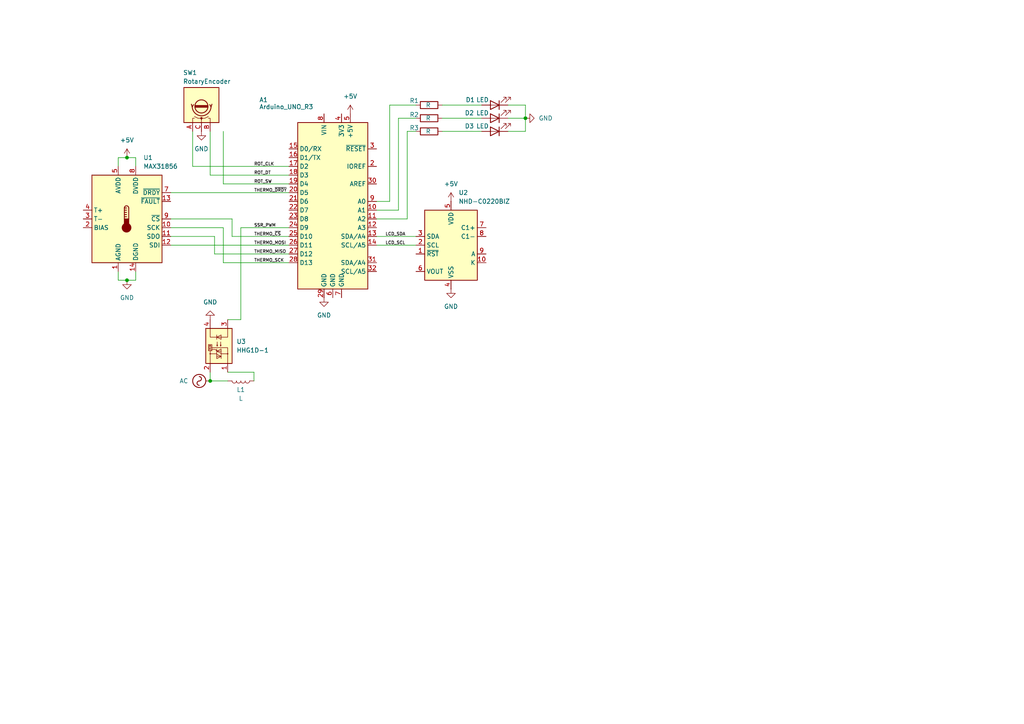
<source format=kicad_sch>
(kicad_sch (version 20231120) (generator "eeschema") (generator_version "8.0")
  (paper "A4")
  (title_block (title "Phoenix - Tube Furnace") (date "2024-11-08") (rev "v1"))
  (lib_symbols
    (symbol "Device:L" (pin_numbers hide) (pin_names (offset 1.016) hide)
      (property "Reference" "L" (at -1.27 0 90))
      (property "Value" "L" (at 1.905 0 90))
      (symbol "L_0_1"
        (arc (start 0 -2.54) (mid 0.6323 -1.905) (end 0 -1.27))
        (arc (start 0 -1.27) (mid 0.6323 -0.635) (end 0 0))
        (arc (start 0 0) (mid 0.6323 0.635) (end 0 1.27))
        (arc (start 0 1.27) (mid 0.6323 1.905) (end 0 2.54))
      )
      (symbol "L_1_1"
        (pin passive line (at 0 3.81 270) (length 1.27) (name "1") (number "1"))
        (pin passive line (at 0 -3.81 90) (length 1.27) (name "2") (number "2"))
      )
    )
    (symbol "Device:LED" (pin_numbers hide) (pin_names (offset 1.016) hide)
      (property "Reference" "D" (at 0 2.54 0))
      (property "Value" "LED" (at 0 -2.54 0))
      (symbol "LED_0_1"
        (polyline (pts (xy -1.27 -1.27) (xy -1.27 1.27)) (stroke (width 0.254)))
        (polyline (pts (xy -1.27 0) (xy 1.27 0)))
        (polyline (pts (xy 1.27 -1.27) (xy 1.27 1.27) (xy -1.27 0) (xy 1.27 -1.27)) (stroke (width 0.254)))
        (polyline (pts (xy -3.048 -0.762) (xy -4.572 -2.286) (xy -3.81 -2.286) (xy -4.572 -2.286) (xy -4.572 -1.524)))
        (polyline (pts (xy -1.778 -0.762) (xy -3.302 -2.286) (xy -2.54 -2.286) (xy -3.302 -2.286) (xy -3.302 -1.524)))
      )
      (symbol "LED_1_1"
        (pin passive line (at -3.81 0 0) (length 2.54) (name "K") (number "1"))
        (pin passive line (at 3.81 0 180) (length 2.54) (name "A") (number "2"))
      )
    )
    (symbol "Device:R" (pin_numbers hide) (pin_names (offset 0))
      (property "Reference" "R" (at 2.032 0 90))
      (property "Value" "R" (at 0 0 90))
      (symbol "R_0_1"
        (rectangle (start -1.016 -2.54) (end 1.016 2.54) (stroke (width 0.254)))
      )
      (symbol "R_1_1"
        (pin passive line (at 0 3.81 270) (length 1.27) (name "~") (number "1"))
        (pin passive line (at 0 -3.81 90) (length 1.27) (name "~") (number "2"))
      )
    )
    (symbol "Device:RotaryEncoder" (pin_names (offset 0.254) hide)
      (property "Reference" "SW" (at 0 6.604 0))
      (property "Value" "RotaryEncoder" (at 0 -6.604 0))
      (symbol "RotaryEncoder_0_1"
        (rectangle (start -5.08 5.08) (end 5.08 -5.08) (stroke (width 0.254)) (fill (type background)))
        (circle (center -3.81 0) (radius 0.254) (fill (type outline)))
        (circle (center -0.381 0) (radius 1.905) (stroke (width 0.254)))
        (arc (start -0.381 2.667) (mid -3.0988 -0.0635) (end -0.381 -2.794) (stroke (width 0.254)))
        (polyline (pts (xy -0.635 -1.778) (xy -0.635 1.778)) (stroke (width 0.254)))
        (polyline (pts (xy -0.381 -1.778) (xy -0.381 1.778)) (stroke (width 0.254)))
        (polyline (pts (xy -0.127 1.778) (xy -0.127 -1.778)) (stroke (width 0.254)))
        (polyline (pts (xy -5.08 -2.54) (xy -3.81 -2.54) (xy -3.81 -2.032)))
        (polyline (pts (xy -5.08 2.54) (xy -3.81 2.54) (xy -3.81 2.032)))
        (polyline (pts (xy 0.254 -3.048) (xy -0.508 -2.794) (xy 0.127 -2.413)) (stroke (width 0.254)))
        (polyline (pts (xy 0.254 2.921) (xy -0.508 2.667) (xy 0.127 2.286)) (stroke (width 0.254)))
        (polyline (pts (xy -5.08 0) (xy -3.81 0) (xy -3.81 -1.016) (xy -3.302 -2.032)))
        (polyline (pts (xy -4.318 0) (xy -3.81 0) (xy -3.81 1.016) (xy -3.302 2.032)))
      )
      (symbol "RotaryEncoder_1_1"
        (pin passive line (at -7.62 2.54 0) (length 2.54) (name "A") (number "A"))
        (pin passive line (at -7.62 -2.54 0) (length 2.54) (name "B") (number "B"))
        (pin passive line (at -7.62 0 0) (length 2.54) (name "C") (number "C"))
      )
    )
    (symbol "Display_Character:NHD-C0220BIZ"
      (property "Reference" "U" (at -6.35 11.43 0))
      (property "Value" "NHD-C0220BIZ" (at 8.89 11.43 0))
      (symbol "NHD-C0220BIZ_0_1"
        (rectangle (start -7.62 10.16) (end 7.62 -10.16) (stroke (width 0.254)) (fill (type background)))
      )
      (symbol "NHD-C0220BIZ_1_1"
        (pin input line (at -10.16 -2.54 0) (length 2.54) (name "~{RST}") (number "1"))
        (pin passive line (at 10.16 -5.08 180) (length 2.54) (name "K") (number "10"))
        (pin input line (at -10.16 0 0) (length 2.54) (name "SCL") (number "2"))
        (pin bidirectional line (at -10.16 2.54 0) (length 2.54) (name "SDA") (number "3"))
        (pin power_in line (at 0 -12.7 90) (length 2.54) (name "VSS") (number "4"))
        (pin power_in line (at 0 12.7 270) (length 2.54) (name "VDD") (number "5"))
        (pin passive line (at -10.16 -7.62 0) (length 2.54) (name "VOUT") (number "6"))
        (pin passive line (at 10.16 5.08 180) (length 2.54) (name "C1+") (number "7"))
        (pin passive line (at 10.16 2.54 180) (length 2.54) (name "C1-") (number "8"))
        (pin passive line (at 10.16 -2.54 180) (length 2.54) (name "A") (number "9"))
      )
    )
    (symbol "MCU_Module:Arduino_UNO_R3"
      (property "Reference" "A" (at -10.16 23.495 0))
      (property "Value" "Arduino_UNO_R3" (at 5.08 -26.67 0))
      (symbol "Arduino_UNO_R3_0_1"
        (rectangle (start -10.16 22.86) (end 10.16 -25.4) (stroke (width 0.254)) (fill (type background)))
      )
      (symbol "Arduino_UNO_R3_1_1"
        (pin no_connect line (at -10.16 -20.32 0) (length 2.54) hide (name "NC") (number "1"))
        (pin bidirectional line (at 12.7 -2.54 180) (length 2.54) (name "A1") (number "10"))
        (pin bidirectional line (at 12.7 -5.08 180) (length 2.54) (name "A2") (number "11"))
        (pin bidirectional line (at 12.7 -7.62 180) (length 2.54) (name "A3") (number "12"))
        (pin bidirectional line (at 12.7 -10.16 180) (length 2.54) (name "SDA/A4") (number "13"))
        (pin bidirectional line (at 12.7 -12.7 180) (length 2.54) (name "SCL/A5") (number "14"))
        (pin bidirectional line (at -12.7 15.24 0) (length 2.54) (name "D0/RX") (number "15"))
        (pin bidirectional line (at -12.7 12.7 0) (length 2.54) (name "D1/TX") (number "16"))
        (pin bidirectional line (at -12.7 10.16 0) (length 2.54) (name "D2") (number "17"))
        (pin bidirectional line (at -12.7 7.62 0) (length 2.54) (name "D3") (number "18"))
        (pin bidirectional line (at -12.7 5.08 0) (length 2.54) (name "D4") (number "19"))
        (pin output line (at 12.7 10.16 180) (length 2.54) (name "IOREF") (number "2"))
        (pin bidirectional line (at -12.7 2.54 0) (length 2.54) (name "D5") (number "20"))
        (pin bidirectional line (at -12.7 0 0) (length 2.54) (name "D6") (number "21"))
        (pin bidirectional line (at -12.7 -2.54 0) (length 2.54) (name "D7") (number "22"))
        (pin bidirectional line (at -12.7 -5.08 0) (length 2.54) (name "D8") (number "23"))
        (pin bidirectional line (at -12.7 -7.62 0) (length 2.54) (name "D9") (number "24"))
        (pin bidirectional line (at -12.7 -10.16 0) (length 2.54) (name "D10") (number "25"))
        (pin bidirectional line (at -12.7 -12.7 0) (length 2.54) (name "D11") (number "26"))
        (pin bidirectional line (at -12.7 -15.24 0) (length 2.54) (name "D12") (number "27"))
        (pin bidirectional line (at -12.7 -17.78 0) (length 2.54) (name "D13") (number "28"))
        (pin power_in line (at -2.54 -27.94 90) (length 2.54) (name "GND") (number "29"))
        (pin input line (at 12.7 15.24 180) (length 2.54) (name "~{RESET}") (number "3"))
        (pin input line (at 12.7 5.08 180) (length 2.54) (name "AREF") (number "30"))
        (pin bidirectional line (at 12.7 -17.78 180) (length 2.54) (name "SDA/A4") (number "31"))
        (pin bidirectional line (at 12.7 -20.32 180) (length 2.54) (name "SCL/A5") (number "32"))
        (pin power_out line (at 2.54 25.4 270) (length 2.54) (name "3V3") (number "4"))
        (pin power_out line (at 5.08 25.4 270) (length 2.54) (name "+5V") (number "5"))
        (pin power_in line (at 0 -27.94 90) (length 2.54) (name "GND") (number "6"))
        (pin power_in line (at 2.54 -27.94 90) (length 2.54) (name "GND") (number "7"))
        (pin power_in line (at -2.54 25.4 270) (length 2.54) (name "VIN") (number "8"))
        (pin bidirectional line (at 12.7 0 180) (length 2.54) (name "A0") (number "9"))
      )
    )
    (symbol "Relay_SolidState:HHG1D-1"
      (property "Reference" "U" (at -5.08 5.08 0))
      (property "Value" "HHG1D-1" (at 0 5.08 0))
      (symbol "HHG1D-1_0_0"
        (rectangle (start -0.381 -2.032) (end 1.397 -3.048))
        (polyline (pts (xy 2.286 -2.54) (xy 1.397 -2.54)))
        (polyline (pts (xy 1.524 -0.635) (xy 1.016 -1.016) (xy 1.016 -2.032)))
        (text "ZCD" (at 0.508 -2.54 0) (effects (font (size 0.508 0.508))))
      )
      (symbol "HHG1D-1_0_1"
        (rectangle (start -5.08 3.81) (end 5.08 -3.81) (stroke (width 0.254)) (fill (type background)))
        (polyline (pts (xy -3.175 -0.635) (xy -1.905 -0.635)))
        (polyline (pts (xy 1.524 -0.635) (xy 1.524 0.635)))
        (polyline (pts (xy 3.048 0.635) (xy 3.048 -0.635)))
        (polyline (pts (xy 2.286 -0.635) (xy 2.286 -2.54) (xy 5.08 -2.54)))
        (polyline (pts (xy 2.286 0.635) (xy 2.286 2.54) (xy 5.08 2.54)))
        (polyline (pts (xy 2.286 2.54) (xy 0.508 2.54) (xy 0.508 -2.032)))
        (polyline (pts (xy -5.08 2.54) (xy -2.54 2.54) (xy -2.54 -2.54) (xy -5.08 -2.54)))
        (polyline (pts (xy -2.54 -0.635) (xy -3.175 0.635) (xy -1.905 0.635) (xy -2.54 -0.635)))
        (polyline (pts (xy 0.889 -0.635) (xy 3.683 -0.635) (xy 3.048 0.635) (xy 2.413 -0.635)))
        (polyline (pts (xy 3.683 0.635) (xy 0.889 0.635) (xy 1.524 -0.635) (xy 2.159 0.635)))
        (polyline (pts (xy -1.143 -0.508) (xy 0.127 -0.508) (xy -0.254 -0.635) (xy -0.254 -0.381) (xy 0.127 -0.508)))
        (polyline (pts (xy -1.143 0.508) (xy 0.127 0.508) (xy -0.254 0.381) (xy -0.254 0.635) (xy 0.127 0.508)))
        (circle (center 2.286 -2.54) (radius 0.127))
        (circle (center 2.286 2.54) (radius 0.127))
      )
      (symbol "HHG1D-1_1_1"
        (pin passive line (at 7.62 2.54 180) (length 2.54) (name "~") (number "1"))
        (pin passive line (at 7.62 -2.54 180) (length 2.54) (name "~") (number "2"))
        (pin passive line (at -7.62 2.54 0) (length 2.54) (name "~") (number "3"))
        (pin passive line (at -7.62 -2.54 0) (length 2.54) (name "~") (number "4"))
      )
    )
    (symbol "Sensor_Temperature:MAX31856"
      (property "Reference" "U" (at -7.62 13.97 0))
      (property "Value" "MAX31856" (at 13.97 13.97 0))
      (symbol "MAX31856_0_1"
        (rectangle (start -10.16 12.7) (end 10.16 -12.7) (stroke (width 0.254)) (fill (type background)))
        (circle (center -0.127 -2.54) (radius 1.27) (stroke (width 0.254)) (fill (type outline)))
        (polyline (pts (xy -0.762 0.635) (xy -0.127 0.635)) (stroke (width 0.254)))
        (polyline (pts (xy -0.762 1.27) (xy -0.127 1.27)) (stroke (width 0.254)))
        (polyline (pts (xy -0.762 1.905) (xy -0.127 1.905)) (stroke (width 0.254)))
        (polyline (pts (xy -0.762 2.54) (xy -0.127 2.54)) (stroke (width 0.254)))
        (polyline (pts (xy -0.762 3.175) (xy -0.762 0)) (stroke (width 0.254)))
        (polyline (pts (xy -0.762 3.175) (xy -0.127 3.175)) (stroke (width 0.254)))
        (polyline (pts (xy 0.508 3.175) (xy 0.508 0)) (stroke (width 0.254)))
        (rectangle (start 0.508 -1.905) (end -0.762 0) (stroke (width 0.254)) (fill (type outline)))
        (arc (start 0.508 3.175) (mid -0.127 3.8073) (end -0.762 3.175) (stroke (width 0.254)))
      )
      (symbol "MAX31856_1_1"
        (pin power_in line (at -2.54 -15.24 90) (length 2.54) (name "AGND") (number "1"))
        (pin input line (at 12.7 -2.54 180) (length 2.54) (name "SCK") (number "10"))
        (pin output line (at 12.7 -5.08 180) (length 2.54) (name "SDO") (number "11"))
        (pin input line (at 12.7 -7.62 180) (length 2.54) (name "SDI") (number "12"))
        (pin output line (at 12.7 5.08 180) (length 2.54) (name "~{FAULT}") (number "13"))
        (pin power_in line (at 2.54 -15.24 90) (length 2.54) (name "DGND") (number "14"))
        (pin input line (at -12.7 -2.54 0) (length 2.54) (name "BIAS") (number "2"))
        (pin input line (at -12.7 0 0) (length 2.54) (name "T-") (number "3"))
        (pin input line (at -12.7 2.54 0) (length 2.54) (name "T+") (number "4"))
        (pin power_in line (at -2.54 15.24 270) (length 2.54) (name "AVDD") (number "5"))
        (pin no_connect line (at -10.16 -7.62 0) (length 2.54) hide (name "DNC") (number "6"))
        (pin output line (at 12.7 7.62 180) (length 2.54) (name "~{DRDY}") (number "7"))
        (pin power_in line (at 2.54 15.24 270) (length 2.54) (name "DVDD") (number "8"))
        (pin input line (at 12.7 0 180) (length 2.54) (name "~{CS}") (number "9"))
      )
    )
    (symbol "power:+5V" (power) (pin_numbers hide) (pin_names (offset 0) hide)
      (property "Value" "+5V" (at 0 3.556 0))
      (symbol "+5V_0_1"
        (polyline (pts (xy -0.762 1.27) (xy 0 2.54)))
        (polyline (pts (xy 0 0) (xy 0 2.54)))
        (polyline (pts (xy 0 2.54) (xy 0.762 1.27)))
      )
      (symbol "+5V_1_1"
        (pin power_in line (at 0 0 90) (length 0) (name "~") (number "1"))
      )
    )
    (symbol "power:AC" (power) (pin_numbers hide) (pin_names (offset 0) hide)
      (property "Value" "AC" (at 0 6.35 0))
      (symbol "AC_0_1"
        (polyline (pts (xy 0 0) (xy 0 1.27)))
        (arc (start 0 3.175) (mid -0.635 3.8073) (end -1.27 3.175) (stroke (width 0.254)))
        (arc (start 0 3.175) (mid 0.635 2.5427) (end 1.27 3.175) (stroke (width 0.254)))
        (circle (center 0 3.175) (radius 1.905) (stroke (width 0.254)))
      )
      (symbol "AC_1_1"
        (pin power_in line (at 0 0 90) (length 0) (name "~") (number "1"))
      )
    )
    (symbol "power:GND" (power) (pin_numbers hide) (pin_names (offset 0) hide)
      (property "Value" "GND" (at 0 -3.81 0))
      (symbol "GND_0_1"
        (polyline (pts (xy 0 0) (xy 0 -1.27) (xy 1.27 -1.27) (xy 0 -2.54) (xy -1.27 -1.27) (xy 0 -1.27)))
      )
      (symbol "GND_1_1"
        (pin power_in line (at 0 0 270) (length 0) (name "~") (number "1"))
      )
    )
  )
  (junction (at 152.4 34.29))
  (junction (at 60.96 110.49))
  (junction (at 36.83 45.72))
  (junction (at 36.83 81.28))
  (wire (pts (xy 60.96 50.8) (xy 83.82 50.8)))
  (wire (pts (xy 118.11 38.1) (xy 118.11 63.5)))
  (wire (pts (xy 66.04 107.95) (xy 73.66 107.95)))
  (wire (pts (xy 64.77 38.1) (xy 64.77 53.34)))
  (wire (pts (xy 118.11 38.1) (xy 120.65 38.1)))
  (wire (pts (xy 64.77 76.2) (xy 83.82 76.2)))
  (wire (pts (xy 39.37 45.72) (xy 36.83 45.72)))
  (wire (pts (xy 39.37 78.74) (xy 39.37 81.28)))
  (wire (pts (xy 64.77 76.2) (xy 64.77 66.04)))
  (wire (pts (xy 60.96 38.1) (xy 60.96 50.8)))
  (wire (pts (xy 69.85 66.04) (xy 83.82 66.04)))
  (wire (pts (xy 109.22 71.12) (xy 120.65 71.12)))
  (wire (pts (xy 83.82 53.34) (xy 64.77 53.34)))
  (wire (pts (xy 34.29 45.72) (xy 36.83 45.72)))
  (wire (pts (xy 147.32 34.29) (xy 152.4 34.29)))
  (wire (pts (xy 67.31 68.58) (xy 83.82 68.58)))
  (wire (pts (xy 67.31 63.5) (xy 49.53 63.5)))
  (wire (pts (xy 83.82 48.26) (xy 55.88 48.26)))
  (wire (pts (xy 62.23 73.66) (xy 83.82 73.66)))
  (wire (pts (xy 39.37 48.26) (xy 39.37 45.72)))
  (wire (pts (xy 62.23 68.58) (xy 62.23 73.66)))
  (wire (pts (xy 109.22 60.96) (xy 115.57 60.96)))
  (wire (pts (xy 49.53 68.58) (xy 62.23 68.58)))
  (wire (pts (xy 60.96 107.95) (xy 60.96 110.49)))
  (wire (pts (xy 49.53 55.88) (xy 83.82 55.88)))
  (wire (pts (xy 128.27 30.48) (xy 139.7 30.48)))
  (wire (pts (xy 113.03 58.42) (xy 113.03 30.48)))
  (wire (pts (xy 64.77 66.04) (xy 49.53 66.04)))
  (wire (pts (xy 49.53 71.12) (xy 83.82 71.12)))
  (wire (pts (xy 115.57 34.29) (xy 115.57 60.96)))
  (wire (pts (xy 34.29 78.74) (xy 34.29 81.28)))
  (wire (pts (xy 39.37 81.28) (xy 36.83 81.28)))
  (wire (pts (xy 109.22 58.42) (xy 113.03 58.42)))
  (wire (pts (xy 109.22 63.5) (xy 118.11 63.5)))
  (wire (pts (xy 152.4 38.1) (xy 152.4 34.29)))
  (wire (pts (xy 128.27 38.1) (xy 139.7 38.1)))
  (wire (pts (xy 115.57 34.29) (xy 120.65 34.29)))
  (wire (pts (xy 67.31 68.58) (xy 67.31 63.5)))
  (wire (pts (xy 34.29 81.28) (xy 36.83 81.28)))
  (wire (pts (xy 60.96 110.49) (xy 66.04 110.49)))
  (wire (pts (xy 34.29 48.26) (xy 34.29 45.72)))
  (wire (pts (xy 55.88 48.26) (xy 55.88 38.1)))
  (wire (pts (xy 109.22 68.58) (xy 120.65 68.58)))
  (wire (pts (xy 73.66 107.95) (xy 73.66 110.49)))
  (wire (pts (xy 69.85 66.04) (xy 69.85 92.71)))
  (wire (pts (xy 152.4 30.48) (xy 152.4 34.29)))
  (wire (pts (xy 128.27 34.29) (xy 139.7 34.29)))
  (wire (pts (xy 147.32 30.48) (xy 152.4 30.48)))
  (wire (pts (xy 69.85 92.71) (xy 66.04 92.71)))
  (wire (pts (xy 113.03 30.48) (xy 120.65 30.48)))
  (wire (pts (xy 147.32 38.1) (xy 152.4 38.1)))
  (label "LCD_SDA" (at 111.76 68.58 0) (effects (font (size 0.889 0.889))))
  (label "LCD_SCL" (at 111.76 71.12 0) (effects (font (size 0.889 0.889))))
  (label "THERMO_~{DRDY}" (at 73.66 55.88 0) (effects (font (size 0.889 0.889))))
  (label "ROT_DT" (at 73.66 50.8 0) (effects (font (size 0.889 0.889))))
  (label "SSR_PWM" (at 73.66 66.04 0) (effects (font (size 0.889 0.889))))
  (label "THERMO_MISO" (at 73.66 73.66 0) (effects (font (size 0.889 0.889))))
  (label "THERMO_MOSI" (at 73.66 71.12 0) (effects (font (size 0.889 0.889))))
  (label "THERMO_SCK" (at 73.66 76.2 0) (effects (font (size 0.889 0.889))))
  (label "ROT_SW" (at 73.66 53.34 0) (effects (font (size 0.889 0.889))))
  (label "ROT_CLK" (at 73.66 48.26 0) (effects (font (size 0.889 0.889))))
  (label "THERMO_~{CS}" (at 73.66 68.58 0) (effects (font (size 0.889 0.889))))
  (symbol (lib_id "Sensor_Temperature:MAX31856") (at 36.83 63.5 0) (unit 1)
    (property "Reference" "U1" (at 41.5641 45.72 0) (effects (justify left)))
    (property "Value" "MAX31856" (at 41.5641 48.26 0) (effects (justify left)))
    (property "Footprint" "Package_SO:TSSOP-14_4.4x5mm_P0.65mm" (effects (hide yes)))
    (property "Datasheet" "https://datasheets.maximintegrated.com/en/ds/MAX31856.pdf" (effects (hide yes)))
    (property "Description" "Precision Thermocouple to Digital Converter with Linearization, TSSOP-14" (effects (hide yes)))
  )
  (symbol (lib_id "Display_Character:NHD-C0220BIZ") (at 130.81 71.12 0) (unit 1)
    (property "Reference" "U2" (at 133.0041 55.88 0) (effects (justify left)))
    (property "Value" "NHD-C0220BIZ" (at 133.0041 58.42 0) (effects (justify left)))
    (property "Footprint" "Package_DIP:DIP-20_W7.62mm_Socket" (effects (hide yes)))
    (property "Datasheet" "http://www.newhavendisplay.com/specs/NHD-C0220BiZ-FSW-FBW-3V3M.pdf" (effects (hide yes)))
    (property "Description" "LCD 20x2 Alphanumeric 10pin Blue/White/Green Backlight, i2c, 3.3V VDD" (effects (hide yes)))
  )
  (symbol (lib_id "Device:R") (at 124.46 30.48 90) (unit 1)
    (property "Reference" "R1" (at 120.142 29.21 90))
    (property "Value" "R" (at 124.206 30.48 90))
    (property "Description" "Resistor" (effects (hide yes)))
  )
  (symbol (lib_id "power:+5V") (at 36.83 45.72 0) (unit 1)
    (property "Reference" "#PWR05" (effects (hide yes)))
    (property "Value" "+5V" (at 36.83 40.64 0))
    (property "Description" "Power symbol creates a global label with name \"+5V\"" (effects (hide yes)))
  )
  (symbol (lib_id "power:GND") (at 60.96 92.71 180) (unit 1)
    (property "Reference" "#PWR07" (effects (hide yes)))
    (property "Value" "GND" (at 60.96 87.63 0))
    (property "Description" "Power symbol creates a global label with name \"GND\" , ground" (effects (hide yes)))
  )
  (symbol (lib_id "power:GND") (at 36.83 81.28 0) (unit 1)
    (property "Reference" "#PWR02" (effects (hide yes)))
    (property "Value" "GND" (at 36.83 86.36 0))
    (property "Description" "Power symbol creates a global label with name \"GND\" , ground" (effects (hide yes)))
  )
  (symbol (lib_id "power:GND") (at 93.98 86.36 0) (unit 1)
    (property "Reference" "#PWR01" (effects (hide yes)))
    (property "Value" "GND" (at 93.98 91.44 0))
    (property "Description" "Power symbol creates a global label with name \"GND\" , ground" (effects (hide yes)))
  )
  (symbol (lib_id "Device:LED") (at 143.51 38.1 180) (unit 1)
    (property "Reference" "D3" (at 136.144 36.576 0))
    (property "Value" "LED" (at 139.954 36.576 0))
    (property "Description" "Light emitting diode" (effects (hide yes)))
  )
  (symbol (lib_id "Device:LED") (at 143.51 34.29 180) (unit 1)
    (property "Reference" "D2" (at 136.144 32.766 0))
    (property "Value" "LED" (at 139.954 32.766 0))
    (property "Description" "Light emitting diode" (effects (hide yes)))
  )
  (symbol (lib_id "Device:RotaryEncoder") (at 58.42 30.48 90) (unit 1)
    (property "Reference" "SW1" (at 53.086 21.082 90) (effects (justify right)))
    (property "Value" "RotaryEncoder" (at 53.086 23.622 90) (effects (justify right)))
    (property "Description" "Rotary encoder, dual channel, incremental quadrate outputs" (effects (hide yes)))
  )
  (symbol (lib_id "power:+5V") (at 130.81 58.42 0) (unit 1)
    (property "Reference" "#PWR06" (effects (hide yes)))
    (property "Value" "+5V" (at 130.81 53.34 0))
    (property "Description" "Power symbol creates a global label with name \"+5V\"" (effects (hide yes)))
  )
  (symbol (lib_id "power:+5V") (at 101.6 33.02 0) (unit 1)
    (property "Reference" "#PWR04" (effects (hide yes)))
    (property "Value" "+5V" (at 101.6 27.94 0))
    (property "Description" "Power symbol creates a global label with name \"+5V\"" (effects (hide yes)))
  )
  (symbol (lib_id "MCU_Module:Arduino_UNO_R3") (at 96.52 58.42 0) (unit 1)
    (property "Reference" "A1" (at 75.184 28.956 0) (effects (justify left)))
    (property "Value" "Arduino_UNO_R3" (at 75.184 30.988 0) (effects (justify left)))
    (property "Footprint" "Module:Arduino_UNO_R3" (effects (hide yes)))
    (property "Datasheet" "https://www.arduino.cc/en/Main/arduinoBoardUno" (effects (hide yes)))
    (property "Description" "Arduino UNO Microcontroller Module, release 3" (effects (hide yes)))
  )
  (symbol (lib_id "Device:R") (at 124.46 38.1 90) (unit 1)
    (property "Reference" "R3" (at 120.142 37.084 90))
    (property "Value" "R" (at 124.206 38.1 90))
    (property "Description" "Resistor" (effects (hide yes)))
  )
  (symbol (lib_id "Relay_SolidState:HHG1D-1") (at 63.5 100.33 270) (unit 1)
    (property "Reference" "U3" (at 68.58 99.0599 90) (effects (justify left)))
    (property "Value" "HHG1D-1" (at 68.58 101.5999 90) (effects (justify left)))
    (property "Footprint" "Relay_THT:Relay_NCR_HHG1D-1" (effects (hide yes)))
    (property "Datasheet" "https://ncr.hk/uploads/Relays/Solid_State_Relays/HHG1D-1.pdf" (effects (hide yes)))
    (property "Description" "NCR zero cross solid state relay 1A, 2A, 3A, 4A" (effects (hide yes)))
  )
  (symbol (lib_id "Device:L") (at 69.85 110.49 270) (unit 1)
    (property "Reference" "L1" (at 69.85 113.03 90))
    (property "Value" "L" (at 69.85 115.57 90))
    (property "Description" "Inductor" (effects (hide yes)))
  )
  (symbol (lib_id "power:GND") (at 152.4 34.29 90) (unit 1)
    (property "Reference" "#PWR09" (effects (hide yes)))
    (property "Value" "GND" (at 156.21 34.2899 90) (effects (justify right)))
    (property "Description" "Power symbol creates a global label with name \"GND\" , ground" (effects (hide yes)))
  )
  (symbol (lib_id "power:AC") (at 60.96 110.49 90) (unit 1)
    (property "Reference" "#PWR08" (effects (hide yes)))
    (property "Value" "AC" (at 54.61 110.4899 90) (effects (justify left)))
    (property "Description" "Power symbol creates a global label with name \"AC\"" (effects (hide yes)))
  )
  (symbol (lib_id "power:GND") (at 130.81 83.82 0) (unit 1)
    (property "Reference" "#PWR03" (effects (hide yes)))
    (property "Value" "GND" (at 130.81 88.9 0))
    (property "Description" "Power symbol creates a global label with name \"GND\" , ground" (effects (hide yes)))
  )
  (symbol (lib_id "power:GND") (at 58.42 38.1 0) (unit 1)
    (property "Reference" "#PWR010" (effects (hide yes)))
    (property "Value" "GND" (at 58.42 43.18 0))
    (property "Description" "Power symbol creates a global label with name \"GND\" , ground" (effects (hide yes)))
  )
  (symbol (lib_id "Device:R") (at 124.46 34.29 90) (unit 1)
    (property "Reference" "R2" (at 120.142 33.274 90))
    (property "Value" "R" (at 124.206 34.29 90))
    (property "Description" "Resistor" (effects (hide yes)))
  )
  (symbol (lib_id "Device:LED") (at 143.51 30.48 180) (unit 1)
    (property "Reference" "D1" (at 136.398 28.956 0))
    (property "Value" "LED" (at 139.954 28.956 0))
    (property "Description" "Light emitting diode" (effects (hide yes)))
  )
)
</source>
